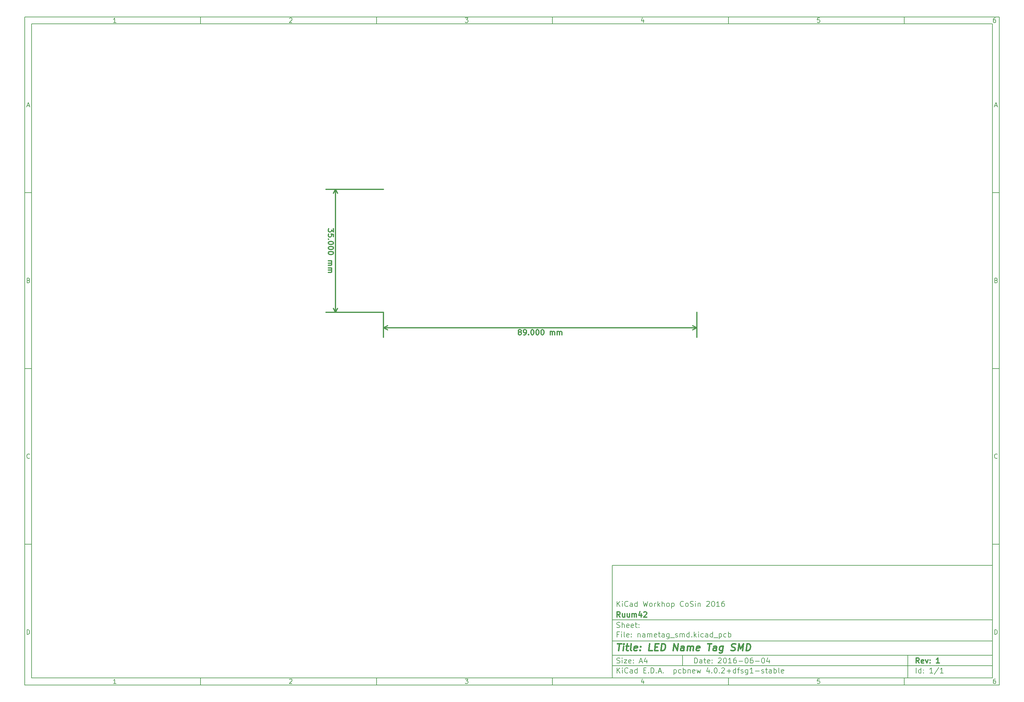
<source format=gbr>
G04 #@! TF.FileFunction,Drawing*
%FSLAX46Y46*%
G04 Gerber Fmt 4.6, Leading zero omitted, Abs format (unit mm)*
G04 Created by KiCad (PCBNEW 4.0.2+dfsg1-stable) date Wed 08 Jun 2016 02:12:19 CEST*
%MOMM*%
G01*
G04 APERTURE LIST*
%ADD10C,0.100000*%
%ADD11C,0.150000*%
%ADD12C,0.300000*%
%ADD13C,0.400000*%
G04 APERTURE END LIST*
D10*
D11*
X177002200Y-166007200D02*
X177002200Y-198007200D01*
X285002200Y-198007200D01*
X285002200Y-166007200D01*
X177002200Y-166007200D01*
D10*
D11*
X10000000Y-10000000D02*
X10000000Y-200007200D01*
X287002200Y-200007200D01*
X287002200Y-10000000D01*
X10000000Y-10000000D01*
D10*
D11*
X12000000Y-12000000D02*
X12000000Y-198007200D01*
X285002200Y-198007200D01*
X285002200Y-12000000D01*
X12000000Y-12000000D01*
D10*
D11*
X60000000Y-12000000D02*
X60000000Y-10000000D01*
D10*
D11*
X110000000Y-12000000D02*
X110000000Y-10000000D01*
D10*
D11*
X160000000Y-12000000D02*
X160000000Y-10000000D01*
D10*
D11*
X210000000Y-12000000D02*
X210000000Y-10000000D01*
D10*
D11*
X260000000Y-12000000D02*
X260000000Y-10000000D01*
D10*
D11*
X35990476Y-11588095D02*
X35247619Y-11588095D01*
X35619048Y-11588095D02*
X35619048Y-10288095D01*
X35495238Y-10473810D01*
X35371429Y-10597619D01*
X35247619Y-10659524D01*
D10*
D11*
X85247619Y-10411905D02*
X85309524Y-10350000D01*
X85433333Y-10288095D01*
X85742857Y-10288095D01*
X85866667Y-10350000D01*
X85928571Y-10411905D01*
X85990476Y-10535714D01*
X85990476Y-10659524D01*
X85928571Y-10845238D01*
X85185714Y-11588095D01*
X85990476Y-11588095D01*
D10*
D11*
X135185714Y-10288095D02*
X135990476Y-10288095D01*
X135557143Y-10783333D01*
X135742857Y-10783333D01*
X135866667Y-10845238D01*
X135928571Y-10907143D01*
X135990476Y-11030952D01*
X135990476Y-11340476D01*
X135928571Y-11464286D01*
X135866667Y-11526190D01*
X135742857Y-11588095D01*
X135371429Y-11588095D01*
X135247619Y-11526190D01*
X135185714Y-11464286D01*
D10*
D11*
X185866667Y-10721429D02*
X185866667Y-11588095D01*
X185557143Y-10226190D02*
X185247619Y-11154762D01*
X186052381Y-11154762D01*
D10*
D11*
X235928571Y-10288095D02*
X235309524Y-10288095D01*
X235247619Y-10907143D01*
X235309524Y-10845238D01*
X235433333Y-10783333D01*
X235742857Y-10783333D01*
X235866667Y-10845238D01*
X235928571Y-10907143D01*
X235990476Y-11030952D01*
X235990476Y-11340476D01*
X235928571Y-11464286D01*
X235866667Y-11526190D01*
X235742857Y-11588095D01*
X235433333Y-11588095D01*
X235309524Y-11526190D01*
X235247619Y-11464286D01*
D10*
D11*
X285866667Y-10288095D02*
X285619048Y-10288095D01*
X285495238Y-10350000D01*
X285433333Y-10411905D01*
X285309524Y-10597619D01*
X285247619Y-10845238D01*
X285247619Y-11340476D01*
X285309524Y-11464286D01*
X285371429Y-11526190D01*
X285495238Y-11588095D01*
X285742857Y-11588095D01*
X285866667Y-11526190D01*
X285928571Y-11464286D01*
X285990476Y-11340476D01*
X285990476Y-11030952D01*
X285928571Y-10907143D01*
X285866667Y-10845238D01*
X285742857Y-10783333D01*
X285495238Y-10783333D01*
X285371429Y-10845238D01*
X285309524Y-10907143D01*
X285247619Y-11030952D01*
D10*
D11*
X60000000Y-198007200D02*
X60000000Y-200007200D01*
D10*
D11*
X110000000Y-198007200D02*
X110000000Y-200007200D01*
D10*
D11*
X160000000Y-198007200D02*
X160000000Y-200007200D01*
D10*
D11*
X210000000Y-198007200D02*
X210000000Y-200007200D01*
D10*
D11*
X260000000Y-198007200D02*
X260000000Y-200007200D01*
D10*
D11*
X35990476Y-199595295D02*
X35247619Y-199595295D01*
X35619048Y-199595295D02*
X35619048Y-198295295D01*
X35495238Y-198481010D01*
X35371429Y-198604819D01*
X35247619Y-198666724D01*
D10*
D11*
X85247619Y-198419105D02*
X85309524Y-198357200D01*
X85433333Y-198295295D01*
X85742857Y-198295295D01*
X85866667Y-198357200D01*
X85928571Y-198419105D01*
X85990476Y-198542914D01*
X85990476Y-198666724D01*
X85928571Y-198852438D01*
X85185714Y-199595295D01*
X85990476Y-199595295D01*
D10*
D11*
X135185714Y-198295295D02*
X135990476Y-198295295D01*
X135557143Y-198790533D01*
X135742857Y-198790533D01*
X135866667Y-198852438D01*
X135928571Y-198914343D01*
X135990476Y-199038152D01*
X135990476Y-199347676D01*
X135928571Y-199471486D01*
X135866667Y-199533390D01*
X135742857Y-199595295D01*
X135371429Y-199595295D01*
X135247619Y-199533390D01*
X135185714Y-199471486D01*
D10*
D11*
X185866667Y-198728629D02*
X185866667Y-199595295D01*
X185557143Y-198233390D02*
X185247619Y-199161962D01*
X186052381Y-199161962D01*
D10*
D11*
X235928571Y-198295295D02*
X235309524Y-198295295D01*
X235247619Y-198914343D01*
X235309524Y-198852438D01*
X235433333Y-198790533D01*
X235742857Y-198790533D01*
X235866667Y-198852438D01*
X235928571Y-198914343D01*
X235990476Y-199038152D01*
X235990476Y-199347676D01*
X235928571Y-199471486D01*
X235866667Y-199533390D01*
X235742857Y-199595295D01*
X235433333Y-199595295D01*
X235309524Y-199533390D01*
X235247619Y-199471486D01*
D10*
D11*
X285866667Y-198295295D02*
X285619048Y-198295295D01*
X285495238Y-198357200D01*
X285433333Y-198419105D01*
X285309524Y-198604819D01*
X285247619Y-198852438D01*
X285247619Y-199347676D01*
X285309524Y-199471486D01*
X285371429Y-199533390D01*
X285495238Y-199595295D01*
X285742857Y-199595295D01*
X285866667Y-199533390D01*
X285928571Y-199471486D01*
X285990476Y-199347676D01*
X285990476Y-199038152D01*
X285928571Y-198914343D01*
X285866667Y-198852438D01*
X285742857Y-198790533D01*
X285495238Y-198790533D01*
X285371429Y-198852438D01*
X285309524Y-198914343D01*
X285247619Y-199038152D01*
D10*
D11*
X10000000Y-60000000D02*
X12000000Y-60000000D01*
D10*
D11*
X10000000Y-110000000D02*
X12000000Y-110000000D01*
D10*
D11*
X10000000Y-160000000D02*
X12000000Y-160000000D01*
D10*
D11*
X10690476Y-35216667D02*
X11309524Y-35216667D01*
X10566667Y-35588095D02*
X11000000Y-34288095D01*
X11433333Y-35588095D01*
D10*
D11*
X11092857Y-84907143D02*
X11278571Y-84969048D01*
X11340476Y-85030952D01*
X11402381Y-85154762D01*
X11402381Y-85340476D01*
X11340476Y-85464286D01*
X11278571Y-85526190D01*
X11154762Y-85588095D01*
X10659524Y-85588095D01*
X10659524Y-84288095D01*
X11092857Y-84288095D01*
X11216667Y-84350000D01*
X11278571Y-84411905D01*
X11340476Y-84535714D01*
X11340476Y-84659524D01*
X11278571Y-84783333D01*
X11216667Y-84845238D01*
X11092857Y-84907143D01*
X10659524Y-84907143D01*
D10*
D11*
X11402381Y-135464286D02*
X11340476Y-135526190D01*
X11154762Y-135588095D01*
X11030952Y-135588095D01*
X10845238Y-135526190D01*
X10721429Y-135402381D01*
X10659524Y-135278571D01*
X10597619Y-135030952D01*
X10597619Y-134845238D01*
X10659524Y-134597619D01*
X10721429Y-134473810D01*
X10845238Y-134350000D01*
X11030952Y-134288095D01*
X11154762Y-134288095D01*
X11340476Y-134350000D01*
X11402381Y-134411905D01*
D10*
D11*
X10659524Y-185588095D02*
X10659524Y-184288095D01*
X10969048Y-184288095D01*
X11154762Y-184350000D01*
X11278571Y-184473810D01*
X11340476Y-184597619D01*
X11402381Y-184845238D01*
X11402381Y-185030952D01*
X11340476Y-185278571D01*
X11278571Y-185402381D01*
X11154762Y-185526190D01*
X10969048Y-185588095D01*
X10659524Y-185588095D01*
D10*
D11*
X287002200Y-60000000D02*
X285002200Y-60000000D01*
D10*
D11*
X287002200Y-110000000D02*
X285002200Y-110000000D01*
D10*
D11*
X287002200Y-160000000D02*
X285002200Y-160000000D01*
D10*
D11*
X285692676Y-35216667D02*
X286311724Y-35216667D01*
X285568867Y-35588095D02*
X286002200Y-34288095D01*
X286435533Y-35588095D01*
D10*
D11*
X286095057Y-84907143D02*
X286280771Y-84969048D01*
X286342676Y-85030952D01*
X286404581Y-85154762D01*
X286404581Y-85340476D01*
X286342676Y-85464286D01*
X286280771Y-85526190D01*
X286156962Y-85588095D01*
X285661724Y-85588095D01*
X285661724Y-84288095D01*
X286095057Y-84288095D01*
X286218867Y-84350000D01*
X286280771Y-84411905D01*
X286342676Y-84535714D01*
X286342676Y-84659524D01*
X286280771Y-84783333D01*
X286218867Y-84845238D01*
X286095057Y-84907143D01*
X285661724Y-84907143D01*
D10*
D11*
X286404581Y-135464286D02*
X286342676Y-135526190D01*
X286156962Y-135588095D01*
X286033152Y-135588095D01*
X285847438Y-135526190D01*
X285723629Y-135402381D01*
X285661724Y-135278571D01*
X285599819Y-135030952D01*
X285599819Y-134845238D01*
X285661724Y-134597619D01*
X285723629Y-134473810D01*
X285847438Y-134350000D01*
X286033152Y-134288095D01*
X286156962Y-134288095D01*
X286342676Y-134350000D01*
X286404581Y-134411905D01*
D10*
D11*
X285661724Y-185588095D02*
X285661724Y-184288095D01*
X285971248Y-184288095D01*
X286156962Y-184350000D01*
X286280771Y-184473810D01*
X286342676Y-184597619D01*
X286404581Y-184845238D01*
X286404581Y-185030952D01*
X286342676Y-185278571D01*
X286280771Y-185402381D01*
X286156962Y-185526190D01*
X285971248Y-185588095D01*
X285661724Y-185588095D01*
D10*
D11*
X200359343Y-193785771D02*
X200359343Y-192285771D01*
X200716486Y-192285771D01*
X200930771Y-192357200D01*
X201073629Y-192500057D01*
X201145057Y-192642914D01*
X201216486Y-192928629D01*
X201216486Y-193142914D01*
X201145057Y-193428629D01*
X201073629Y-193571486D01*
X200930771Y-193714343D01*
X200716486Y-193785771D01*
X200359343Y-193785771D01*
X202502200Y-193785771D02*
X202502200Y-193000057D01*
X202430771Y-192857200D01*
X202287914Y-192785771D01*
X202002200Y-192785771D01*
X201859343Y-192857200D01*
X202502200Y-193714343D02*
X202359343Y-193785771D01*
X202002200Y-193785771D01*
X201859343Y-193714343D01*
X201787914Y-193571486D01*
X201787914Y-193428629D01*
X201859343Y-193285771D01*
X202002200Y-193214343D01*
X202359343Y-193214343D01*
X202502200Y-193142914D01*
X203002200Y-192785771D02*
X203573629Y-192785771D01*
X203216486Y-192285771D02*
X203216486Y-193571486D01*
X203287914Y-193714343D01*
X203430772Y-193785771D01*
X203573629Y-193785771D01*
X204645057Y-193714343D02*
X204502200Y-193785771D01*
X204216486Y-193785771D01*
X204073629Y-193714343D01*
X204002200Y-193571486D01*
X204002200Y-193000057D01*
X204073629Y-192857200D01*
X204216486Y-192785771D01*
X204502200Y-192785771D01*
X204645057Y-192857200D01*
X204716486Y-193000057D01*
X204716486Y-193142914D01*
X204002200Y-193285771D01*
X205359343Y-193642914D02*
X205430771Y-193714343D01*
X205359343Y-193785771D01*
X205287914Y-193714343D01*
X205359343Y-193642914D01*
X205359343Y-193785771D01*
X205359343Y-192857200D02*
X205430771Y-192928629D01*
X205359343Y-193000057D01*
X205287914Y-192928629D01*
X205359343Y-192857200D01*
X205359343Y-193000057D01*
X207145057Y-192428629D02*
X207216486Y-192357200D01*
X207359343Y-192285771D01*
X207716486Y-192285771D01*
X207859343Y-192357200D01*
X207930772Y-192428629D01*
X208002200Y-192571486D01*
X208002200Y-192714343D01*
X207930772Y-192928629D01*
X207073629Y-193785771D01*
X208002200Y-193785771D01*
X208930771Y-192285771D02*
X209073628Y-192285771D01*
X209216485Y-192357200D01*
X209287914Y-192428629D01*
X209359343Y-192571486D01*
X209430771Y-192857200D01*
X209430771Y-193214343D01*
X209359343Y-193500057D01*
X209287914Y-193642914D01*
X209216485Y-193714343D01*
X209073628Y-193785771D01*
X208930771Y-193785771D01*
X208787914Y-193714343D01*
X208716485Y-193642914D01*
X208645057Y-193500057D01*
X208573628Y-193214343D01*
X208573628Y-192857200D01*
X208645057Y-192571486D01*
X208716485Y-192428629D01*
X208787914Y-192357200D01*
X208930771Y-192285771D01*
X210859342Y-193785771D02*
X210002199Y-193785771D01*
X210430771Y-193785771D02*
X210430771Y-192285771D01*
X210287914Y-192500057D01*
X210145056Y-192642914D01*
X210002199Y-192714343D01*
X212145056Y-192285771D02*
X211859342Y-192285771D01*
X211716485Y-192357200D01*
X211645056Y-192428629D01*
X211502199Y-192642914D01*
X211430770Y-192928629D01*
X211430770Y-193500057D01*
X211502199Y-193642914D01*
X211573627Y-193714343D01*
X211716485Y-193785771D01*
X212002199Y-193785771D01*
X212145056Y-193714343D01*
X212216485Y-193642914D01*
X212287913Y-193500057D01*
X212287913Y-193142914D01*
X212216485Y-193000057D01*
X212145056Y-192928629D01*
X212002199Y-192857200D01*
X211716485Y-192857200D01*
X211573627Y-192928629D01*
X211502199Y-193000057D01*
X211430770Y-193142914D01*
X212930770Y-193214343D02*
X214073627Y-193214343D01*
X215073627Y-192285771D02*
X215216484Y-192285771D01*
X215359341Y-192357200D01*
X215430770Y-192428629D01*
X215502199Y-192571486D01*
X215573627Y-192857200D01*
X215573627Y-193214343D01*
X215502199Y-193500057D01*
X215430770Y-193642914D01*
X215359341Y-193714343D01*
X215216484Y-193785771D01*
X215073627Y-193785771D01*
X214930770Y-193714343D01*
X214859341Y-193642914D01*
X214787913Y-193500057D01*
X214716484Y-193214343D01*
X214716484Y-192857200D01*
X214787913Y-192571486D01*
X214859341Y-192428629D01*
X214930770Y-192357200D01*
X215073627Y-192285771D01*
X216859341Y-192285771D02*
X216573627Y-192285771D01*
X216430770Y-192357200D01*
X216359341Y-192428629D01*
X216216484Y-192642914D01*
X216145055Y-192928629D01*
X216145055Y-193500057D01*
X216216484Y-193642914D01*
X216287912Y-193714343D01*
X216430770Y-193785771D01*
X216716484Y-193785771D01*
X216859341Y-193714343D01*
X216930770Y-193642914D01*
X217002198Y-193500057D01*
X217002198Y-193142914D01*
X216930770Y-193000057D01*
X216859341Y-192928629D01*
X216716484Y-192857200D01*
X216430770Y-192857200D01*
X216287912Y-192928629D01*
X216216484Y-193000057D01*
X216145055Y-193142914D01*
X217645055Y-193214343D02*
X218787912Y-193214343D01*
X219787912Y-192285771D02*
X219930769Y-192285771D01*
X220073626Y-192357200D01*
X220145055Y-192428629D01*
X220216484Y-192571486D01*
X220287912Y-192857200D01*
X220287912Y-193214343D01*
X220216484Y-193500057D01*
X220145055Y-193642914D01*
X220073626Y-193714343D01*
X219930769Y-193785771D01*
X219787912Y-193785771D01*
X219645055Y-193714343D01*
X219573626Y-193642914D01*
X219502198Y-193500057D01*
X219430769Y-193214343D01*
X219430769Y-192857200D01*
X219502198Y-192571486D01*
X219573626Y-192428629D01*
X219645055Y-192357200D01*
X219787912Y-192285771D01*
X221573626Y-192785771D02*
X221573626Y-193785771D01*
X221216483Y-192214343D02*
X220859340Y-193285771D01*
X221787912Y-193285771D01*
D10*
D11*
X177002200Y-194507200D02*
X285002200Y-194507200D01*
D10*
D11*
X178359343Y-196585771D02*
X178359343Y-195085771D01*
X179216486Y-196585771D02*
X178573629Y-195728629D01*
X179216486Y-195085771D02*
X178359343Y-195942914D01*
X179859343Y-196585771D02*
X179859343Y-195585771D01*
X179859343Y-195085771D02*
X179787914Y-195157200D01*
X179859343Y-195228629D01*
X179930771Y-195157200D01*
X179859343Y-195085771D01*
X179859343Y-195228629D01*
X181430772Y-196442914D02*
X181359343Y-196514343D01*
X181145057Y-196585771D01*
X181002200Y-196585771D01*
X180787915Y-196514343D01*
X180645057Y-196371486D01*
X180573629Y-196228629D01*
X180502200Y-195942914D01*
X180502200Y-195728629D01*
X180573629Y-195442914D01*
X180645057Y-195300057D01*
X180787915Y-195157200D01*
X181002200Y-195085771D01*
X181145057Y-195085771D01*
X181359343Y-195157200D01*
X181430772Y-195228629D01*
X182716486Y-196585771D02*
X182716486Y-195800057D01*
X182645057Y-195657200D01*
X182502200Y-195585771D01*
X182216486Y-195585771D01*
X182073629Y-195657200D01*
X182716486Y-196514343D02*
X182573629Y-196585771D01*
X182216486Y-196585771D01*
X182073629Y-196514343D01*
X182002200Y-196371486D01*
X182002200Y-196228629D01*
X182073629Y-196085771D01*
X182216486Y-196014343D01*
X182573629Y-196014343D01*
X182716486Y-195942914D01*
X184073629Y-196585771D02*
X184073629Y-195085771D01*
X184073629Y-196514343D02*
X183930772Y-196585771D01*
X183645058Y-196585771D01*
X183502200Y-196514343D01*
X183430772Y-196442914D01*
X183359343Y-196300057D01*
X183359343Y-195871486D01*
X183430772Y-195728629D01*
X183502200Y-195657200D01*
X183645058Y-195585771D01*
X183930772Y-195585771D01*
X184073629Y-195657200D01*
X185930772Y-195800057D02*
X186430772Y-195800057D01*
X186645058Y-196585771D02*
X185930772Y-196585771D01*
X185930772Y-195085771D01*
X186645058Y-195085771D01*
X187287915Y-196442914D02*
X187359343Y-196514343D01*
X187287915Y-196585771D01*
X187216486Y-196514343D01*
X187287915Y-196442914D01*
X187287915Y-196585771D01*
X188002201Y-196585771D02*
X188002201Y-195085771D01*
X188359344Y-195085771D01*
X188573629Y-195157200D01*
X188716487Y-195300057D01*
X188787915Y-195442914D01*
X188859344Y-195728629D01*
X188859344Y-195942914D01*
X188787915Y-196228629D01*
X188716487Y-196371486D01*
X188573629Y-196514343D01*
X188359344Y-196585771D01*
X188002201Y-196585771D01*
X189502201Y-196442914D02*
X189573629Y-196514343D01*
X189502201Y-196585771D01*
X189430772Y-196514343D01*
X189502201Y-196442914D01*
X189502201Y-196585771D01*
X190145058Y-196157200D02*
X190859344Y-196157200D01*
X190002201Y-196585771D02*
X190502201Y-195085771D01*
X191002201Y-196585771D01*
X191502201Y-196442914D02*
X191573629Y-196514343D01*
X191502201Y-196585771D01*
X191430772Y-196514343D01*
X191502201Y-196442914D01*
X191502201Y-196585771D01*
X194502201Y-195585771D02*
X194502201Y-197085771D01*
X194502201Y-195657200D02*
X194645058Y-195585771D01*
X194930772Y-195585771D01*
X195073629Y-195657200D01*
X195145058Y-195728629D01*
X195216487Y-195871486D01*
X195216487Y-196300057D01*
X195145058Y-196442914D01*
X195073629Y-196514343D01*
X194930772Y-196585771D01*
X194645058Y-196585771D01*
X194502201Y-196514343D01*
X196502201Y-196514343D02*
X196359344Y-196585771D01*
X196073630Y-196585771D01*
X195930772Y-196514343D01*
X195859344Y-196442914D01*
X195787915Y-196300057D01*
X195787915Y-195871486D01*
X195859344Y-195728629D01*
X195930772Y-195657200D01*
X196073630Y-195585771D01*
X196359344Y-195585771D01*
X196502201Y-195657200D01*
X197145058Y-196585771D02*
X197145058Y-195085771D01*
X197145058Y-195657200D02*
X197287915Y-195585771D01*
X197573629Y-195585771D01*
X197716486Y-195657200D01*
X197787915Y-195728629D01*
X197859344Y-195871486D01*
X197859344Y-196300057D01*
X197787915Y-196442914D01*
X197716486Y-196514343D01*
X197573629Y-196585771D01*
X197287915Y-196585771D01*
X197145058Y-196514343D01*
X198502201Y-195585771D02*
X198502201Y-196585771D01*
X198502201Y-195728629D02*
X198573629Y-195657200D01*
X198716487Y-195585771D01*
X198930772Y-195585771D01*
X199073629Y-195657200D01*
X199145058Y-195800057D01*
X199145058Y-196585771D01*
X200430772Y-196514343D02*
X200287915Y-196585771D01*
X200002201Y-196585771D01*
X199859344Y-196514343D01*
X199787915Y-196371486D01*
X199787915Y-195800057D01*
X199859344Y-195657200D01*
X200002201Y-195585771D01*
X200287915Y-195585771D01*
X200430772Y-195657200D01*
X200502201Y-195800057D01*
X200502201Y-195942914D01*
X199787915Y-196085771D01*
X201002201Y-195585771D02*
X201287915Y-196585771D01*
X201573629Y-195871486D01*
X201859344Y-196585771D01*
X202145058Y-195585771D01*
X204502201Y-195585771D02*
X204502201Y-196585771D01*
X204145058Y-195014343D02*
X203787915Y-196085771D01*
X204716487Y-196085771D01*
X205287915Y-196442914D02*
X205359343Y-196514343D01*
X205287915Y-196585771D01*
X205216486Y-196514343D01*
X205287915Y-196442914D01*
X205287915Y-196585771D01*
X206287915Y-195085771D02*
X206430772Y-195085771D01*
X206573629Y-195157200D01*
X206645058Y-195228629D01*
X206716487Y-195371486D01*
X206787915Y-195657200D01*
X206787915Y-196014343D01*
X206716487Y-196300057D01*
X206645058Y-196442914D01*
X206573629Y-196514343D01*
X206430772Y-196585771D01*
X206287915Y-196585771D01*
X206145058Y-196514343D01*
X206073629Y-196442914D01*
X206002201Y-196300057D01*
X205930772Y-196014343D01*
X205930772Y-195657200D01*
X206002201Y-195371486D01*
X206073629Y-195228629D01*
X206145058Y-195157200D01*
X206287915Y-195085771D01*
X207430772Y-196442914D02*
X207502200Y-196514343D01*
X207430772Y-196585771D01*
X207359343Y-196514343D01*
X207430772Y-196442914D01*
X207430772Y-196585771D01*
X208073629Y-195228629D02*
X208145058Y-195157200D01*
X208287915Y-195085771D01*
X208645058Y-195085771D01*
X208787915Y-195157200D01*
X208859344Y-195228629D01*
X208930772Y-195371486D01*
X208930772Y-195514343D01*
X208859344Y-195728629D01*
X208002201Y-196585771D01*
X208930772Y-196585771D01*
X209573629Y-196014343D02*
X210716486Y-196014343D01*
X210145057Y-196585771D02*
X210145057Y-195442914D01*
X212073629Y-196585771D02*
X212073629Y-195085771D01*
X212073629Y-196514343D02*
X211930772Y-196585771D01*
X211645058Y-196585771D01*
X211502200Y-196514343D01*
X211430772Y-196442914D01*
X211359343Y-196300057D01*
X211359343Y-195871486D01*
X211430772Y-195728629D01*
X211502200Y-195657200D01*
X211645058Y-195585771D01*
X211930772Y-195585771D01*
X212073629Y-195657200D01*
X212573629Y-195585771D02*
X213145058Y-195585771D01*
X212787915Y-196585771D02*
X212787915Y-195300057D01*
X212859343Y-195157200D01*
X213002201Y-195085771D01*
X213145058Y-195085771D01*
X213573629Y-196514343D02*
X213716486Y-196585771D01*
X214002201Y-196585771D01*
X214145058Y-196514343D01*
X214216486Y-196371486D01*
X214216486Y-196300057D01*
X214145058Y-196157200D01*
X214002201Y-196085771D01*
X213787915Y-196085771D01*
X213645058Y-196014343D01*
X213573629Y-195871486D01*
X213573629Y-195800057D01*
X213645058Y-195657200D01*
X213787915Y-195585771D01*
X214002201Y-195585771D01*
X214145058Y-195657200D01*
X215502201Y-195585771D02*
X215502201Y-196800057D01*
X215430772Y-196942914D01*
X215359344Y-197014343D01*
X215216487Y-197085771D01*
X215002201Y-197085771D01*
X214859344Y-197014343D01*
X215502201Y-196514343D02*
X215359344Y-196585771D01*
X215073630Y-196585771D01*
X214930772Y-196514343D01*
X214859344Y-196442914D01*
X214787915Y-196300057D01*
X214787915Y-195871486D01*
X214859344Y-195728629D01*
X214930772Y-195657200D01*
X215073630Y-195585771D01*
X215359344Y-195585771D01*
X215502201Y-195657200D01*
X217002201Y-196585771D02*
X216145058Y-196585771D01*
X216573630Y-196585771D02*
X216573630Y-195085771D01*
X216430773Y-195300057D01*
X216287915Y-195442914D01*
X216145058Y-195514343D01*
X217645058Y-196014343D02*
X218787915Y-196014343D01*
X219430772Y-196514343D02*
X219573629Y-196585771D01*
X219859344Y-196585771D01*
X220002201Y-196514343D01*
X220073629Y-196371486D01*
X220073629Y-196300057D01*
X220002201Y-196157200D01*
X219859344Y-196085771D01*
X219645058Y-196085771D01*
X219502201Y-196014343D01*
X219430772Y-195871486D01*
X219430772Y-195800057D01*
X219502201Y-195657200D01*
X219645058Y-195585771D01*
X219859344Y-195585771D01*
X220002201Y-195657200D01*
X220502201Y-195585771D02*
X221073630Y-195585771D01*
X220716487Y-195085771D02*
X220716487Y-196371486D01*
X220787915Y-196514343D01*
X220930773Y-196585771D01*
X221073630Y-196585771D01*
X222216487Y-196585771D02*
X222216487Y-195800057D01*
X222145058Y-195657200D01*
X222002201Y-195585771D01*
X221716487Y-195585771D01*
X221573630Y-195657200D01*
X222216487Y-196514343D02*
X222073630Y-196585771D01*
X221716487Y-196585771D01*
X221573630Y-196514343D01*
X221502201Y-196371486D01*
X221502201Y-196228629D01*
X221573630Y-196085771D01*
X221716487Y-196014343D01*
X222073630Y-196014343D01*
X222216487Y-195942914D01*
X222930773Y-196585771D02*
X222930773Y-195085771D01*
X222930773Y-195657200D02*
X223073630Y-195585771D01*
X223359344Y-195585771D01*
X223502201Y-195657200D01*
X223573630Y-195728629D01*
X223645059Y-195871486D01*
X223645059Y-196300057D01*
X223573630Y-196442914D01*
X223502201Y-196514343D01*
X223359344Y-196585771D01*
X223073630Y-196585771D01*
X222930773Y-196514343D01*
X224502202Y-196585771D02*
X224359344Y-196514343D01*
X224287916Y-196371486D01*
X224287916Y-195085771D01*
X225645058Y-196514343D02*
X225502201Y-196585771D01*
X225216487Y-196585771D01*
X225073630Y-196514343D01*
X225002201Y-196371486D01*
X225002201Y-195800057D01*
X225073630Y-195657200D01*
X225216487Y-195585771D01*
X225502201Y-195585771D01*
X225645058Y-195657200D01*
X225716487Y-195800057D01*
X225716487Y-195942914D01*
X225002201Y-196085771D01*
D10*
D11*
X177002200Y-191507200D02*
X285002200Y-191507200D01*
D10*
D12*
X264216486Y-193785771D02*
X263716486Y-193071486D01*
X263359343Y-193785771D02*
X263359343Y-192285771D01*
X263930771Y-192285771D01*
X264073629Y-192357200D01*
X264145057Y-192428629D01*
X264216486Y-192571486D01*
X264216486Y-192785771D01*
X264145057Y-192928629D01*
X264073629Y-193000057D01*
X263930771Y-193071486D01*
X263359343Y-193071486D01*
X265430771Y-193714343D02*
X265287914Y-193785771D01*
X265002200Y-193785771D01*
X264859343Y-193714343D01*
X264787914Y-193571486D01*
X264787914Y-193000057D01*
X264859343Y-192857200D01*
X265002200Y-192785771D01*
X265287914Y-192785771D01*
X265430771Y-192857200D01*
X265502200Y-193000057D01*
X265502200Y-193142914D01*
X264787914Y-193285771D01*
X266002200Y-192785771D02*
X266359343Y-193785771D01*
X266716485Y-192785771D01*
X267287914Y-193642914D02*
X267359342Y-193714343D01*
X267287914Y-193785771D01*
X267216485Y-193714343D01*
X267287914Y-193642914D01*
X267287914Y-193785771D01*
X267287914Y-192857200D02*
X267359342Y-192928629D01*
X267287914Y-193000057D01*
X267216485Y-192928629D01*
X267287914Y-192857200D01*
X267287914Y-193000057D01*
X269930771Y-193785771D02*
X269073628Y-193785771D01*
X269502200Y-193785771D02*
X269502200Y-192285771D01*
X269359343Y-192500057D01*
X269216485Y-192642914D01*
X269073628Y-192714343D01*
D10*
D11*
X178287914Y-193714343D02*
X178502200Y-193785771D01*
X178859343Y-193785771D01*
X179002200Y-193714343D01*
X179073629Y-193642914D01*
X179145057Y-193500057D01*
X179145057Y-193357200D01*
X179073629Y-193214343D01*
X179002200Y-193142914D01*
X178859343Y-193071486D01*
X178573629Y-193000057D01*
X178430771Y-192928629D01*
X178359343Y-192857200D01*
X178287914Y-192714343D01*
X178287914Y-192571486D01*
X178359343Y-192428629D01*
X178430771Y-192357200D01*
X178573629Y-192285771D01*
X178930771Y-192285771D01*
X179145057Y-192357200D01*
X179787914Y-193785771D02*
X179787914Y-192785771D01*
X179787914Y-192285771D02*
X179716485Y-192357200D01*
X179787914Y-192428629D01*
X179859342Y-192357200D01*
X179787914Y-192285771D01*
X179787914Y-192428629D01*
X180359343Y-192785771D02*
X181145057Y-192785771D01*
X180359343Y-193785771D01*
X181145057Y-193785771D01*
X182287914Y-193714343D02*
X182145057Y-193785771D01*
X181859343Y-193785771D01*
X181716486Y-193714343D01*
X181645057Y-193571486D01*
X181645057Y-193000057D01*
X181716486Y-192857200D01*
X181859343Y-192785771D01*
X182145057Y-192785771D01*
X182287914Y-192857200D01*
X182359343Y-193000057D01*
X182359343Y-193142914D01*
X181645057Y-193285771D01*
X183002200Y-193642914D02*
X183073628Y-193714343D01*
X183002200Y-193785771D01*
X182930771Y-193714343D01*
X183002200Y-193642914D01*
X183002200Y-193785771D01*
X183002200Y-192857200D02*
X183073628Y-192928629D01*
X183002200Y-193000057D01*
X182930771Y-192928629D01*
X183002200Y-192857200D01*
X183002200Y-193000057D01*
X184787914Y-193357200D02*
X185502200Y-193357200D01*
X184645057Y-193785771D02*
X185145057Y-192285771D01*
X185645057Y-193785771D01*
X186787914Y-192785771D02*
X186787914Y-193785771D01*
X186430771Y-192214343D02*
X186073628Y-193285771D01*
X187002200Y-193285771D01*
D10*
D11*
X263359343Y-196585771D02*
X263359343Y-195085771D01*
X264716486Y-196585771D02*
X264716486Y-195085771D01*
X264716486Y-196514343D02*
X264573629Y-196585771D01*
X264287915Y-196585771D01*
X264145057Y-196514343D01*
X264073629Y-196442914D01*
X264002200Y-196300057D01*
X264002200Y-195871486D01*
X264073629Y-195728629D01*
X264145057Y-195657200D01*
X264287915Y-195585771D01*
X264573629Y-195585771D01*
X264716486Y-195657200D01*
X265430772Y-196442914D02*
X265502200Y-196514343D01*
X265430772Y-196585771D01*
X265359343Y-196514343D01*
X265430772Y-196442914D01*
X265430772Y-196585771D01*
X265430772Y-195657200D02*
X265502200Y-195728629D01*
X265430772Y-195800057D01*
X265359343Y-195728629D01*
X265430772Y-195657200D01*
X265430772Y-195800057D01*
X268073629Y-196585771D02*
X267216486Y-196585771D01*
X267645058Y-196585771D02*
X267645058Y-195085771D01*
X267502201Y-195300057D01*
X267359343Y-195442914D01*
X267216486Y-195514343D01*
X269787914Y-195014343D02*
X268502200Y-196942914D01*
X271073629Y-196585771D02*
X270216486Y-196585771D01*
X270645058Y-196585771D02*
X270645058Y-195085771D01*
X270502201Y-195300057D01*
X270359343Y-195442914D01*
X270216486Y-195514343D01*
D10*
D11*
X177002200Y-187507200D02*
X285002200Y-187507200D01*
D10*
D13*
X178454581Y-188211962D02*
X179597438Y-188211962D01*
X178776010Y-190211962D02*
X179026010Y-188211962D01*
X180014105Y-190211962D02*
X180180771Y-188878629D01*
X180264105Y-188211962D02*
X180156962Y-188307200D01*
X180240295Y-188402438D01*
X180347439Y-188307200D01*
X180264105Y-188211962D01*
X180240295Y-188402438D01*
X180847438Y-188878629D02*
X181609343Y-188878629D01*
X181216486Y-188211962D02*
X181002200Y-189926248D01*
X181073630Y-190116724D01*
X181252201Y-190211962D01*
X181442677Y-190211962D01*
X182395058Y-190211962D02*
X182216487Y-190116724D01*
X182145057Y-189926248D01*
X182359343Y-188211962D01*
X183930772Y-190116724D02*
X183728391Y-190211962D01*
X183347439Y-190211962D01*
X183168867Y-190116724D01*
X183097438Y-189926248D01*
X183192676Y-189164343D01*
X183311724Y-188973867D01*
X183514105Y-188878629D01*
X183895057Y-188878629D01*
X184073629Y-188973867D01*
X184145057Y-189164343D01*
X184121248Y-189354819D01*
X183145057Y-189545295D01*
X184895057Y-190021486D02*
X184978392Y-190116724D01*
X184871248Y-190211962D01*
X184787915Y-190116724D01*
X184895057Y-190021486D01*
X184871248Y-190211962D01*
X185026010Y-188973867D02*
X185109344Y-189069105D01*
X185002200Y-189164343D01*
X184918867Y-189069105D01*
X185026010Y-188973867D01*
X185002200Y-189164343D01*
X188299820Y-190211962D02*
X187347439Y-190211962D01*
X187597439Y-188211962D01*
X189097439Y-189164343D02*
X189764106Y-189164343D01*
X189918868Y-190211962D02*
X188966487Y-190211962D01*
X189216487Y-188211962D01*
X190168868Y-188211962D01*
X190776011Y-190211962D02*
X191026011Y-188211962D01*
X191502202Y-188211962D01*
X191776011Y-188307200D01*
X191942678Y-188497676D01*
X192014107Y-188688152D01*
X192061726Y-189069105D01*
X192026012Y-189354819D01*
X191883155Y-189735771D01*
X191764106Y-189926248D01*
X191549821Y-190116724D01*
X191252202Y-190211962D01*
X190776011Y-190211962D01*
X194299821Y-190211962D02*
X194549821Y-188211962D01*
X195442679Y-190211962D01*
X195692679Y-188211962D01*
X197252202Y-190211962D02*
X197383154Y-189164343D01*
X197311726Y-188973867D01*
X197133154Y-188878629D01*
X196752202Y-188878629D01*
X196549821Y-188973867D01*
X197264107Y-190116724D02*
X197061726Y-190211962D01*
X196585536Y-190211962D01*
X196406964Y-190116724D01*
X196335535Y-189926248D01*
X196359345Y-189735771D01*
X196478392Y-189545295D01*
X196680774Y-189450057D01*
X197156964Y-189450057D01*
X197359345Y-189354819D01*
X198204583Y-190211962D02*
X198371249Y-188878629D01*
X198347440Y-189069105D02*
X198454584Y-188973867D01*
X198656964Y-188878629D01*
X198942678Y-188878629D01*
X199121250Y-188973867D01*
X199192678Y-189164343D01*
X199061726Y-190211962D01*
X199192678Y-189164343D02*
X199311726Y-188973867D01*
X199514107Y-188878629D01*
X199799821Y-188878629D01*
X199978393Y-188973867D01*
X200049821Y-189164343D01*
X199918869Y-190211962D01*
X201645060Y-190116724D02*
X201442679Y-190211962D01*
X201061727Y-190211962D01*
X200883155Y-190116724D01*
X200811726Y-189926248D01*
X200906964Y-189164343D01*
X201026012Y-188973867D01*
X201228393Y-188878629D01*
X201609345Y-188878629D01*
X201787917Y-188973867D01*
X201859345Y-189164343D01*
X201835536Y-189354819D01*
X200859345Y-189545295D01*
X204073632Y-188211962D02*
X205216489Y-188211962D01*
X204395061Y-190211962D02*
X204645061Y-188211962D01*
X206490299Y-190211962D02*
X206621251Y-189164343D01*
X206549823Y-188973867D01*
X206371251Y-188878629D01*
X205990299Y-188878629D01*
X205787918Y-188973867D01*
X206502204Y-190116724D02*
X206299823Y-190211962D01*
X205823633Y-190211962D01*
X205645061Y-190116724D01*
X205573632Y-189926248D01*
X205597442Y-189735771D01*
X205716489Y-189545295D01*
X205918871Y-189450057D01*
X206395061Y-189450057D01*
X206597442Y-189354819D01*
X208466489Y-188878629D02*
X208264108Y-190497676D01*
X208145061Y-190688152D01*
X208037918Y-190783390D01*
X207835537Y-190878629D01*
X207549823Y-190878629D01*
X207371251Y-190783390D01*
X208311728Y-190116724D02*
X208109347Y-190211962D01*
X207728395Y-190211962D01*
X207549824Y-190116724D01*
X207466489Y-190021486D01*
X207395061Y-189831010D01*
X207466489Y-189259581D01*
X207585537Y-189069105D01*
X207692681Y-188973867D01*
X207895061Y-188878629D01*
X208276013Y-188878629D01*
X208454585Y-188973867D01*
X210692681Y-190116724D02*
X210966491Y-190211962D01*
X211442681Y-190211962D01*
X211645062Y-190116724D01*
X211752204Y-190021486D01*
X211871253Y-189831010D01*
X211895062Y-189640533D01*
X211823633Y-189450057D01*
X211740300Y-189354819D01*
X211561728Y-189259581D01*
X211192681Y-189164343D01*
X211014110Y-189069105D01*
X210930776Y-188973867D01*
X210859347Y-188783390D01*
X210883157Y-188592914D01*
X211002204Y-188402438D01*
X211109348Y-188307200D01*
X211311729Y-188211962D01*
X211787919Y-188211962D01*
X212061729Y-188307200D01*
X212680776Y-190211962D02*
X212930776Y-188211962D01*
X213418871Y-189640533D01*
X214264110Y-188211962D01*
X214014110Y-190211962D01*
X214966490Y-190211962D02*
X215216490Y-188211962D01*
X215692681Y-188211962D01*
X215966490Y-188307200D01*
X216133157Y-188497676D01*
X216204586Y-188688152D01*
X216252205Y-189069105D01*
X216216491Y-189354819D01*
X216073634Y-189735771D01*
X215954585Y-189926248D01*
X215740300Y-190116724D01*
X215442681Y-190211962D01*
X214966490Y-190211962D01*
D10*
D11*
X178859343Y-185600057D02*
X178359343Y-185600057D01*
X178359343Y-186385771D02*
X178359343Y-184885771D01*
X179073629Y-184885771D01*
X179645057Y-186385771D02*
X179645057Y-185385771D01*
X179645057Y-184885771D02*
X179573628Y-184957200D01*
X179645057Y-185028629D01*
X179716485Y-184957200D01*
X179645057Y-184885771D01*
X179645057Y-185028629D01*
X180573629Y-186385771D02*
X180430771Y-186314343D01*
X180359343Y-186171486D01*
X180359343Y-184885771D01*
X181716485Y-186314343D02*
X181573628Y-186385771D01*
X181287914Y-186385771D01*
X181145057Y-186314343D01*
X181073628Y-186171486D01*
X181073628Y-185600057D01*
X181145057Y-185457200D01*
X181287914Y-185385771D01*
X181573628Y-185385771D01*
X181716485Y-185457200D01*
X181787914Y-185600057D01*
X181787914Y-185742914D01*
X181073628Y-185885771D01*
X182430771Y-186242914D02*
X182502199Y-186314343D01*
X182430771Y-186385771D01*
X182359342Y-186314343D01*
X182430771Y-186242914D01*
X182430771Y-186385771D01*
X182430771Y-185457200D02*
X182502199Y-185528629D01*
X182430771Y-185600057D01*
X182359342Y-185528629D01*
X182430771Y-185457200D01*
X182430771Y-185600057D01*
X184287914Y-185385771D02*
X184287914Y-186385771D01*
X184287914Y-185528629D02*
X184359342Y-185457200D01*
X184502200Y-185385771D01*
X184716485Y-185385771D01*
X184859342Y-185457200D01*
X184930771Y-185600057D01*
X184930771Y-186385771D01*
X186287914Y-186385771D02*
X186287914Y-185600057D01*
X186216485Y-185457200D01*
X186073628Y-185385771D01*
X185787914Y-185385771D01*
X185645057Y-185457200D01*
X186287914Y-186314343D02*
X186145057Y-186385771D01*
X185787914Y-186385771D01*
X185645057Y-186314343D01*
X185573628Y-186171486D01*
X185573628Y-186028629D01*
X185645057Y-185885771D01*
X185787914Y-185814343D01*
X186145057Y-185814343D01*
X186287914Y-185742914D01*
X187002200Y-186385771D02*
X187002200Y-185385771D01*
X187002200Y-185528629D02*
X187073628Y-185457200D01*
X187216486Y-185385771D01*
X187430771Y-185385771D01*
X187573628Y-185457200D01*
X187645057Y-185600057D01*
X187645057Y-186385771D01*
X187645057Y-185600057D02*
X187716486Y-185457200D01*
X187859343Y-185385771D01*
X188073628Y-185385771D01*
X188216486Y-185457200D01*
X188287914Y-185600057D01*
X188287914Y-186385771D01*
X189573628Y-186314343D02*
X189430771Y-186385771D01*
X189145057Y-186385771D01*
X189002200Y-186314343D01*
X188930771Y-186171486D01*
X188930771Y-185600057D01*
X189002200Y-185457200D01*
X189145057Y-185385771D01*
X189430771Y-185385771D01*
X189573628Y-185457200D01*
X189645057Y-185600057D01*
X189645057Y-185742914D01*
X188930771Y-185885771D01*
X190073628Y-185385771D02*
X190645057Y-185385771D01*
X190287914Y-184885771D02*
X190287914Y-186171486D01*
X190359342Y-186314343D01*
X190502200Y-186385771D01*
X190645057Y-186385771D01*
X191787914Y-186385771D02*
X191787914Y-185600057D01*
X191716485Y-185457200D01*
X191573628Y-185385771D01*
X191287914Y-185385771D01*
X191145057Y-185457200D01*
X191787914Y-186314343D02*
X191645057Y-186385771D01*
X191287914Y-186385771D01*
X191145057Y-186314343D01*
X191073628Y-186171486D01*
X191073628Y-186028629D01*
X191145057Y-185885771D01*
X191287914Y-185814343D01*
X191645057Y-185814343D01*
X191787914Y-185742914D01*
X193145057Y-185385771D02*
X193145057Y-186600057D01*
X193073628Y-186742914D01*
X193002200Y-186814343D01*
X192859343Y-186885771D01*
X192645057Y-186885771D01*
X192502200Y-186814343D01*
X193145057Y-186314343D02*
X193002200Y-186385771D01*
X192716486Y-186385771D01*
X192573628Y-186314343D01*
X192502200Y-186242914D01*
X192430771Y-186100057D01*
X192430771Y-185671486D01*
X192502200Y-185528629D01*
X192573628Y-185457200D01*
X192716486Y-185385771D01*
X193002200Y-185385771D01*
X193145057Y-185457200D01*
X193502200Y-186528629D02*
X194645057Y-186528629D01*
X194930771Y-186314343D02*
X195073628Y-186385771D01*
X195359343Y-186385771D01*
X195502200Y-186314343D01*
X195573628Y-186171486D01*
X195573628Y-186100057D01*
X195502200Y-185957200D01*
X195359343Y-185885771D01*
X195145057Y-185885771D01*
X195002200Y-185814343D01*
X194930771Y-185671486D01*
X194930771Y-185600057D01*
X195002200Y-185457200D01*
X195145057Y-185385771D01*
X195359343Y-185385771D01*
X195502200Y-185457200D01*
X196216486Y-186385771D02*
X196216486Y-185385771D01*
X196216486Y-185528629D02*
X196287914Y-185457200D01*
X196430772Y-185385771D01*
X196645057Y-185385771D01*
X196787914Y-185457200D01*
X196859343Y-185600057D01*
X196859343Y-186385771D01*
X196859343Y-185600057D02*
X196930772Y-185457200D01*
X197073629Y-185385771D01*
X197287914Y-185385771D01*
X197430772Y-185457200D01*
X197502200Y-185600057D01*
X197502200Y-186385771D01*
X198859343Y-186385771D02*
X198859343Y-184885771D01*
X198859343Y-186314343D02*
X198716486Y-186385771D01*
X198430772Y-186385771D01*
X198287914Y-186314343D01*
X198216486Y-186242914D01*
X198145057Y-186100057D01*
X198145057Y-185671486D01*
X198216486Y-185528629D01*
X198287914Y-185457200D01*
X198430772Y-185385771D01*
X198716486Y-185385771D01*
X198859343Y-185457200D01*
X199573629Y-186242914D02*
X199645057Y-186314343D01*
X199573629Y-186385771D01*
X199502200Y-186314343D01*
X199573629Y-186242914D01*
X199573629Y-186385771D01*
X200287915Y-186385771D02*
X200287915Y-184885771D01*
X200430772Y-185814343D02*
X200859343Y-186385771D01*
X200859343Y-185385771D02*
X200287915Y-185957200D01*
X201502201Y-186385771D02*
X201502201Y-185385771D01*
X201502201Y-184885771D02*
X201430772Y-184957200D01*
X201502201Y-185028629D01*
X201573629Y-184957200D01*
X201502201Y-184885771D01*
X201502201Y-185028629D01*
X202859344Y-186314343D02*
X202716487Y-186385771D01*
X202430773Y-186385771D01*
X202287915Y-186314343D01*
X202216487Y-186242914D01*
X202145058Y-186100057D01*
X202145058Y-185671486D01*
X202216487Y-185528629D01*
X202287915Y-185457200D01*
X202430773Y-185385771D01*
X202716487Y-185385771D01*
X202859344Y-185457200D01*
X204145058Y-186385771D02*
X204145058Y-185600057D01*
X204073629Y-185457200D01*
X203930772Y-185385771D01*
X203645058Y-185385771D01*
X203502201Y-185457200D01*
X204145058Y-186314343D02*
X204002201Y-186385771D01*
X203645058Y-186385771D01*
X203502201Y-186314343D01*
X203430772Y-186171486D01*
X203430772Y-186028629D01*
X203502201Y-185885771D01*
X203645058Y-185814343D01*
X204002201Y-185814343D01*
X204145058Y-185742914D01*
X205502201Y-186385771D02*
X205502201Y-184885771D01*
X205502201Y-186314343D02*
X205359344Y-186385771D01*
X205073630Y-186385771D01*
X204930772Y-186314343D01*
X204859344Y-186242914D01*
X204787915Y-186100057D01*
X204787915Y-185671486D01*
X204859344Y-185528629D01*
X204930772Y-185457200D01*
X205073630Y-185385771D01*
X205359344Y-185385771D01*
X205502201Y-185457200D01*
X205859344Y-186528629D02*
X207002201Y-186528629D01*
X207359344Y-185385771D02*
X207359344Y-186885771D01*
X207359344Y-185457200D02*
X207502201Y-185385771D01*
X207787915Y-185385771D01*
X207930772Y-185457200D01*
X208002201Y-185528629D01*
X208073630Y-185671486D01*
X208073630Y-186100057D01*
X208002201Y-186242914D01*
X207930772Y-186314343D01*
X207787915Y-186385771D01*
X207502201Y-186385771D01*
X207359344Y-186314343D01*
X209359344Y-186314343D02*
X209216487Y-186385771D01*
X208930773Y-186385771D01*
X208787915Y-186314343D01*
X208716487Y-186242914D01*
X208645058Y-186100057D01*
X208645058Y-185671486D01*
X208716487Y-185528629D01*
X208787915Y-185457200D01*
X208930773Y-185385771D01*
X209216487Y-185385771D01*
X209359344Y-185457200D01*
X210002201Y-186385771D02*
X210002201Y-184885771D01*
X210002201Y-185457200D02*
X210145058Y-185385771D01*
X210430772Y-185385771D01*
X210573629Y-185457200D01*
X210645058Y-185528629D01*
X210716487Y-185671486D01*
X210716487Y-186100057D01*
X210645058Y-186242914D01*
X210573629Y-186314343D01*
X210430772Y-186385771D01*
X210145058Y-186385771D01*
X210002201Y-186314343D01*
D10*
D11*
X177002200Y-181507200D02*
X285002200Y-181507200D01*
D10*
D11*
X178287914Y-183614343D02*
X178502200Y-183685771D01*
X178859343Y-183685771D01*
X179002200Y-183614343D01*
X179073629Y-183542914D01*
X179145057Y-183400057D01*
X179145057Y-183257200D01*
X179073629Y-183114343D01*
X179002200Y-183042914D01*
X178859343Y-182971486D01*
X178573629Y-182900057D01*
X178430771Y-182828629D01*
X178359343Y-182757200D01*
X178287914Y-182614343D01*
X178287914Y-182471486D01*
X178359343Y-182328629D01*
X178430771Y-182257200D01*
X178573629Y-182185771D01*
X178930771Y-182185771D01*
X179145057Y-182257200D01*
X179787914Y-183685771D02*
X179787914Y-182185771D01*
X180430771Y-183685771D02*
X180430771Y-182900057D01*
X180359342Y-182757200D01*
X180216485Y-182685771D01*
X180002200Y-182685771D01*
X179859342Y-182757200D01*
X179787914Y-182828629D01*
X181716485Y-183614343D02*
X181573628Y-183685771D01*
X181287914Y-183685771D01*
X181145057Y-183614343D01*
X181073628Y-183471486D01*
X181073628Y-182900057D01*
X181145057Y-182757200D01*
X181287914Y-182685771D01*
X181573628Y-182685771D01*
X181716485Y-182757200D01*
X181787914Y-182900057D01*
X181787914Y-183042914D01*
X181073628Y-183185771D01*
X183002199Y-183614343D02*
X182859342Y-183685771D01*
X182573628Y-183685771D01*
X182430771Y-183614343D01*
X182359342Y-183471486D01*
X182359342Y-182900057D01*
X182430771Y-182757200D01*
X182573628Y-182685771D01*
X182859342Y-182685771D01*
X183002199Y-182757200D01*
X183073628Y-182900057D01*
X183073628Y-183042914D01*
X182359342Y-183185771D01*
X183502199Y-182685771D02*
X184073628Y-182685771D01*
X183716485Y-182185771D02*
X183716485Y-183471486D01*
X183787913Y-183614343D01*
X183930771Y-183685771D01*
X184073628Y-183685771D01*
X184573628Y-183542914D02*
X184645056Y-183614343D01*
X184573628Y-183685771D01*
X184502199Y-183614343D01*
X184573628Y-183542914D01*
X184573628Y-183685771D01*
X184573628Y-182757200D02*
X184645056Y-182828629D01*
X184573628Y-182900057D01*
X184502199Y-182828629D01*
X184573628Y-182757200D01*
X184573628Y-182900057D01*
D10*
D12*
X179216486Y-180685771D02*
X178716486Y-179971486D01*
X178359343Y-180685771D02*
X178359343Y-179185771D01*
X178930771Y-179185771D01*
X179073629Y-179257200D01*
X179145057Y-179328629D01*
X179216486Y-179471486D01*
X179216486Y-179685771D01*
X179145057Y-179828629D01*
X179073629Y-179900057D01*
X178930771Y-179971486D01*
X178359343Y-179971486D01*
X180502200Y-179685771D02*
X180502200Y-180685771D01*
X179859343Y-179685771D02*
X179859343Y-180471486D01*
X179930771Y-180614343D01*
X180073629Y-180685771D01*
X180287914Y-180685771D01*
X180430771Y-180614343D01*
X180502200Y-180542914D01*
X181859343Y-179685771D02*
X181859343Y-180685771D01*
X181216486Y-179685771D02*
X181216486Y-180471486D01*
X181287914Y-180614343D01*
X181430772Y-180685771D01*
X181645057Y-180685771D01*
X181787914Y-180614343D01*
X181859343Y-180542914D01*
X182573629Y-180685771D02*
X182573629Y-179685771D01*
X182573629Y-179828629D02*
X182645057Y-179757200D01*
X182787915Y-179685771D01*
X183002200Y-179685771D01*
X183145057Y-179757200D01*
X183216486Y-179900057D01*
X183216486Y-180685771D01*
X183216486Y-179900057D02*
X183287915Y-179757200D01*
X183430772Y-179685771D01*
X183645057Y-179685771D01*
X183787915Y-179757200D01*
X183859343Y-179900057D01*
X183859343Y-180685771D01*
X185216486Y-179685771D02*
X185216486Y-180685771D01*
X184859343Y-179114343D02*
X184502200Y-180185771D01*
X185430772Y-180185771D01*
X185930771Y-179328629D02*
X186002200Y-179257200D01*
X186145057Y-179185771D01*
X186502200Y-179185771D01*
X186645057Y-179257200D01*
X186716486Y-179328629D01*
X186787914Y-179471486D01*
X186787914Y-179614343D01*
X186716486Y-179828629D01*
X185859343Y-180685771D01*
X186787914Y-180685771D01*
D10*
D11*
X178359343Y-177685771D02*
X178359343Y-176185771D01*
X179216486Y-177685771D02*
X178573629Y-176828629D01*
X179216486Y-176185771D02*
X178359343Y-177042914D01*
X179859343Y-177685771D02*
X179859343Y-176685771D01*
X179859343Y-176185771D02*
X179787914Y-176257200D01*
X179859343Y-176328629D01*
X179930771Y-176257200D01*
X179859343Y-176185771D01*
X179859343Y-176328629D01*
X181430772Y-177542914D02*
X181359343Y-177614343D01*
X181145057Y-177685771D01*
X181002200Y-177685771D01*
X180787915Y-177614343D01*
X180645057Y-177471486D01*
X180573629Y-177328629D01*
X180502200Y-177042914D01*
X180502200Y-176828629D01*
X180573629Y-176542914D01*
X180645057Y-176400057D01*
X180787915Y-176257200D01*
X181002200Y-176185771D01*
X181145057Y-176185771D01*
X181359343Y-176257200D01*
X181430772Y-176328629D01*
X182716486Y-177685771D02*
X182716486Y-176900057D01*
X182645057Y-176757200D01*
X182502200Y-176685771D01*
X182216486Y-176685771D01*
X182073629Y-176757200D01*
X182716486Y-177614343D02*
X182573629Y-177685771D01*
X182216486Y-177685771D01*
X182073629Y-177614343D01*
X182002200Y-177471486D01*
X182002200Y-177328629D01*
X182073629Y-177185771D01*
X182216486Y-177114343D01*
X182573629Y-177114343D01*
X182716486Y-177042914D01*
X184073629Y-177685771D02*
X184073629Y-176185771D01*
X184073629Y-177614343D02*
X183930772Y-177685771D01*
X183645058Y-177685771D01*
X183502200Y-177614343D01*
X183430772Y-177542914D01*
X183359343Y-177400057D01*
X183359343Y-176971486D01*
X183430772Y-176828629D01*
X183502200Y-176757200D01*
X183645058Y-176685771D01*
X183930772Y-176685771D01*
X184073629Y-176757200D01*
X185787915Y-176185771D02*
X186145058Y-177685771D01*
X186430772Y-176614343D01*
X186716486Y-177685771D01*
X187073629Y-176185771D01*
X187859344Y-177685771D02*
X187716486Y-177614343D01*
X187645058Y-177542914D01*
X187573629Y-177400057D01*
X187573629Y-176971486D01*
X187645058Y-176828629D01*
X187716486Y-176757200D01*
X187859344Y-176685771D01*
X188073629Y-176685771D01*
X188216486Y-176757200D01*
X188287915Y-176828629D01*
X188359344Y-176971486D01*
X188359344Y-177400057D01*
X188287915Y-177542914D01*
X188216486Y-177614343D01*
X188073629Y-177685771D01*
X187859344Y-177685771D01*
X189002201Y-177685771D02*
X189002201Y-176685771D01*
X189002201Y-176971486D02*
X189073629Y-176828629D01*
X189145058Y-176757200D01*
X189287915Y-176685771D01*
X189430772Y-176685771D01*
X189930772Y-177685771D02*
X189930772Y-176185771D01*
X190073629Y-177114343D02*
X190502200Y-177685771D01*
X190502200Y-176685771D02*
X189930772Y-177257200D01*
X191145058Y-177685771D02*
X191145058Y-176185771D01*
X191787915Y-177685771D02*
X191787915Y-176900057D01*
X191716486Y-176757200D01*
X191573629Y-176685771D01*
X191359344Y-176685771D01*
X191216486Y-176757200D01*
X191145058Y-176828629D01*
X192716487Y-177685771D02*
X192573629Y-177614343D01*
X192502201Y-177542914D01*
X192430772Y-177400057D01*
X192430772Y-176971486D01*
X192502201Y-176828629D01*
X192573629Y-176757200D01*
X192716487Y-176685771D01*
X192930772Y-176685771D01*
X193073629Y-176757200D01*
X193145058Y-176828629D01*
X193216487Y-176971486D01*
X193216487Y-177400057D01*
X193145058Y-177542914D01*
X193073629Y-177614343D01*
X192930772Y-177685771D01*
X192716487Y-177685771D01*
X193859344Y-176685771D02*
X193859344Y-178185771D01*
X193859344Y-176757200D02*
X194002201Y-176685771D01*
X194287915Y-176685771D01*
X194430772Y-176757200D01*
X194502201Y-176828629D01*
X194573630Y-176971486D01*
X194573630Y-177400057D01*
X194502201Y-177542914D01*
X194430772Y-177614343D01*
X194287915Y-177685771D01*
X194002201Y-177685771D01*
X193859344Y-177614343D01*
X197216487Y-177542914D02*
X197145058Y-177614343D01*
X196930772Y-177685771D01*
X196787915Y-177685771D01*
X196573630Y-177614343D01*
X196430772Y-177471486D01*
X196359344Y-177328629D01*
X196287915Y-177042914D01*
X196287915Y-176828629D01*
X196359344Y-176542914D01*
X196430772Y-176400057D01*
X196573630Y-176257200D01*
X196787915Y-176185771D01*
X196930772Y-176185771D01*
X197145058Y-176257200D01*
X197216487Y-176328629D01*
X198073630Y-177685771D02*
X197930772Y-177614343D01*
X197859344Y-177542914D01*
X197787915Y-177400057D01*
X197787915Y-176971486D01*
X197859344Y-176828629D01*
X197930772Y-176757200D01*
X198073630Y-176685771D01*
X198287915Y-176685771D01*
X198430772Y-176757200D01*
X198502201Y-176828629D01*
X198573630Y-176971486D01*
X198573630Y-177400057D01*
X198502201Y-177542914D01*
X198430772Y-177614343D01*
X198287915Y-177685771D01*
X198073630Y-177685771D01*
X199145058Y-177614343D02*
X199359344Y-177685771D01*
X199716487Y-177685771D01*
X199859344Y-177614343D01*
X199930773Y-177542914D01*
X200002201Y-177400057D01*
X200002201Y-177257200D01*
X199930773Y-177114343D01*
X199859344Y-177042914D01*
X199716487Y-176971486D01*
X199430773Y-176900057D01*
X199287915Y-176828629D01*
X199216487Y-176757200D01*
X199145058Y-176614343D01*
X199145058Y-176471486D01*
X199216487Y-176328629D01*
X199287915Y-176257200D01*
X199430773Y-176185771D01*
X199787915Y-176185771D01*
X200002201Y-176257200D01*
X200645058Y-177685771D02*
X200645058Y-176685771D01*
X200645058Y-176185771D02*
X200573629Y-176257200D01*
X200645058Y-176328629D01*
X200716486Y-176257200D01*
X200645058Y-176185771D01*
X200645058Y-176328629D01*
X201359344Y-176685771D02*
X201359344Y-177685771D01*
X201359344Y-176828629D02*
X201430772Y-176757200D01*
X201573630Y-176685771D01*
X201787915Y-176685771D01*
X201930772Y-176757200D01*
X202002201Y-176900057D01*
X202002201Y-177685771D01*
X203787915Y-176328629D02*
X203859344Y-176257200D01*
X204002201Y-176185771D01*
X204359344Y-176185771D01*
X204502201Y-176257200D01*
X204573630Y-176328629D01*
X204645058Y-176471486D01*
X204645058Y-176614343D01*
X204573630Y-176828629D01*
X203716487Y-177685771D01*
X204645058Y-177685771D01*
X205573629Y-176185771D02*
X205716486Y-176185771D01*
X205859343Y-176257200D01*
X205930772Y-176328629D01*
X206002201Y-176471486D01*
X206073629Y-176757200D01*
X206073629Y-177114343D01*
X206002201Y-177400057D01*
X205930772Y-177542914D01*
X205859343Y-177614343D01*
X205716486Y-177685771D01*
X205573629Y-177685771D01*
X205430772Y-177614343D01*
X205359343Y-177542914D01*
X205287915Y-177400057D01*
X205216486Y-177114343D01*
X205216486Y-176757200D01*
X205287915Y-176471486D01*
X205359343Y-176328629D01*
X205430772Y-176257200D01*
X205573629Y-176185771D01*
X207502200Y-177685771D02*
X206645057Y-177685771D01*
X207073629Y-177685771D02*
X207073629Y-176185771D01*
X206930772Y-176400057D01*
X206787914Y-176542914D01*
X206645057Y-176614343D01*
X208787914Y-176185771D02*
X208502200Y-176185771D01*
X208359343Y-176257200D01*
X208287914Y-176328629D01*
X208145057Y-176542914D01*
X208073628Y-176828629D01*
X208073628Y-177400057D01*
X208145057Y-177542914D01*
X208216485Y-177614343D01*
X208359343Y-177685771D01*
X208645057Y-177685771D01*
X208787914Y-177614343D01*
X208859343Y-177542914D01*
X208930771Y-177400057D01*
X208930771Y-177042914D01*
X208859343Y-176900057D01*
X208787914Y-176828629D01*
X208645057Y-176757200D01*
X208359343Y-176757200D01*
X208216485Y-176828629D01*
X208145057Y-176900057D01*
X208073628Y-177042914D01*
D10*
D11*
X197002200Y-191507200D02*
X197002200Y-194507200D01*
D10*
D11*
X261002200Y-191507200D02*
X261002200Y-198007200D01*
D12*
X150571430Y-99571429D02*
X150428572Y-99500000D01*
X150357144Y-99428571D01*
X150285715Y-99285714D01*
X150285715Y-99214286D01*
X150357144Y-99071429D01*
X150428572Y-99000000D01*
X150571430Y-98928571D01*
X150857144Y-98928571D01*
X151000001Y-99000000D01*
X151071430Y-99071429D01*
X151142858Y-99214286D01*
X151142858Y-99285714D01*
X151071430Y-99428571D01*
X151000001Y-99500000D01*
X150857144Y-99571429D01*
X150571430Y-99571429D01*
X150428572Y-99642857D01*
X150357144Y-99714286D01*
X150285715Y-99857143D01*
X150285715Y-100142857D01*
X150357144Y-100285714D01*
X150428572Y-100357143D01*
X150571430Y-100428571D01*
X150857144Y-100428571D01*
X151000001Y-100357143D01*
X151071430Y-100285714D01*
X151142858Y-100142857D01*
X151142858Y-99857143D01*
X151071430Y-99714286D01*
X151000001Y-99642857D01*
X150857144Y-99571429D01*
X151857143Y-100428571D02*
X152142858Y-100428571D01*
X152285715Y-100357143D01*
X152357143Y-100285714D01*
X152500001Y-100071429D01*
X152571429Y-99785714D01*
X152571429Y-99214286D01*
X152500001Y-99071429D01*
X152428572Y-99000000D01*
X152285715Y-98928571D01*
X152000001Y-98928571D01*
X151857143Y-99000000D01*
X151785715Y-99071429D01*
X151714286Y-99214286D01*
X151714286Y-99571429D01*
X151785715Y-99714286D01*
X151857143Y-99785714D01*
X152000001Y-99857143D01*
X152285715Y-99857143D01*
X152428572Y-99785714D01*
X152500001Y-99714286D01*
X152571429Y-99571429D01*
X153214286Y-100285714D02*
X153285714Y-100357143D01*
X153214286Y-100428571D01*
X153142857Y-100357143D01*
X153214286Y-100285714D01*
X153214286Y-100428571D01*
X154214286Y-98928571D02*
X154357143Y-98928571D01*
X154500000Y-99000000D01*
X154571429Y-99071429D01*
X154642858Y-99214286D01*
X154714286Y-99500000D01*
X154714286Y-99857143D01*
X154642858Y-100142857D01*
X154571429Y-100285714D01*
X154500000Y-100357143D01*
X154357143Y-100428571D01*
X154214286Y-100428571D01*
X154071429Y-100357143D01*
X154000000Y-100285714D01*
X153928572Y-100142857D01*
X153857143Y-99857143D01*
X153857143Y-99500000D01*
X153928572Y-99214286D01*
X154000000Y-99071429D01*
X154071429Y-99000000D01*
X154214286Y-98928571D01*
X155642857Y-98928571D02*
X155785714Y-98928571D01*
X155928571Y-99000000D01*
X156000000Y-99071429D01*
X156071429Y-99214286D01*
X156142857Y-99500000D01*
X156142857Y-99857143D01*
X156071429Y-100142857D01*
X156000000Y-100285714D01*
X155928571Y-100357143D01*
X155785714Y-100428571D01*
X155642857Y-100428571D01*
X155500000Y-100357143D01*
X155428571Y-100285714D01*
X155357143Y-100142857D01*
X155285714Y-99857143D01*
X155285714Y-99500000D01*
X155357143Y-99214286D01*
X155428571Y-99071429D01*
X155500000Y-99000000D01*
X155642857Y-98928571D01*
X157071428Y-98928571D02*
X157214285Y-98928571D01*
X157357142Y-99000000D01*
X157428571Y-99071429D01*
X157500000Y-99214286D01*
X157571428Y-99500000D01*
X157571428Y-99857143D01*
X157500000Y-100142857D01*
X157428571Y-100285714D01*
X157357142Y-100357143D01*
X157214285Y-100428571D01*
X157071428Y-100428571D01*
X156928571Y-100357143D01*
X156857142Y-100285714D01*
X156785714Y-100142857D01*
X156714285Y-99857143D01*
X156714285Y-99500000D01*
X156785714Y-99214286D01*
X156857142Y-99071429D01*
X156928571Y-99000000D01*
X157071428Y-98928571D01*
X159357142Y-100428571D02*
X159357142Y-99428571D01*
X159357142Y-99571429D02*
X159428570Y-99500000D01*
X159571428Y-99428571D01*
X159785713Y-99428571D01*
X159928570Y-99500000D01*
X159999999Y-99642857D01*
X159999999Y-100428571D01*
X159999999Y-99642857D02*
X160071428Y-99500000D01*
X160214285Y-99428571D01*
X160428570Y-99428571D01*
X160571428Y-99500000D01*
X160642856Y-99642857D01*
X160642856Y-100428571D01*
X161357142Y-100428571D02*
X161357142Y-99428571D01*
X161357142Y-99571429D02*
X161428570Y-99500000D01*
X161571428Y-99428571D01*
X161785713Y-99428571D01*
X161928570Y-99500000D01*
X161999999Y-99642857D01*
X161999999Y-100428571D01*
X161999999Y-99642857D02*
X162071428Y-99500000D01*
X162214285Y-99428571D01*
X162428570Y-99428571D01*
X162571428Y-99500000D01*
X162642856Y-99642857D01*
X162642856Y-100428571D01*
X112000000Y-98400000D02*
X201000000Y-98400000D01*
X112000000Y-94000000D02*
X112000000Y-101100000D01*
X201000000Y-94000000D02*
X201000000Y-101100000D01*
X201000000Y-98400000D02*
X199873496Y-98986421D01*
X201000000Y-98400000D02*
X199873496Y-97813579D01*
X112000000Y-98400000D02*
X113126504Y-98986421D01*
X112000000Y-98400000D02*
X113126504Y-97813579D01*
X97771429Y-70214287D02*
X97771429Y-71142858D01*
X97200000Y-70642858D01*
X97200000Y-70857144D01*
X97128571Y-71000001D01*
X97057143Y-71071430D01*
X96914286Y-71142858D01*
X96557143Y-71142858D01*
X96414286Y-71071430D01*
X96342857Y-71000001D01*
X96271429Y-70857144D01*
X96271429Y-70428572D01*
X96342857Y-70285715D01*
X96414286Y-70214287D01*
X97771429Y-72500001D02*
X97771429Y-71785715D01*
X97057143Y-71714286D01*
X97128571Y-71785715D01*
X97200000Y-71928572D01*
X97200000Y-72285715D01*
X97128571Y-72428572D01*
X97057143Y-72500001D01*
X96914286Y-72571429D01*
X96557143Y-72571429D01*
X96414286Y-72500001D01*
X96342857Y-72428572D01*
X96271429Y-72285715D01*
X96271429Y-71928572D01*
X96342857Y-71785715D01*
X96414286Y-71714286D01*
X96414286Y-73214286D02*
X96342857Y-73285714D01*
X96271429Y-73214286D01*
X96342857Y-73142857D01*
X96414286Y-73214286D01*
X96271429Y-73214286D01*
X97771429Y-74214286D02*
X97771429Y-74357143D01*
X97700000Y-74500000D01*
X97628571Y-74571429D01*
X97485714Y-74642858D01*
X97200000Y-74714286D01*
X96842857Y-74714286D01*
X96557143Y-74642858D01*
X96414286Y-74571429D01*
X96342857Y-74500000D01*
X96271429Y-74357143D01*
X96271429Y-74214286D01*
X96342857Y-74071429D01*
X96414286Y-74000000D01*
X96557143Y-73928572D01*
X96842857Y-73857143D01*
X97200000Y-73857143D01*
X97485714Y-73928572D01*
X97628571Y-74000000D01*
X97700000Y-74071429D01*
X97771429Y-74214286D01*
X97771429Y-75642857D02*
X97771429Y-75785714D01*
X97700000Y-75928571D01*
X97628571Y-76000000D01*
X97485714Y-76071429D01*
X97200000Y-76142857D01*
X96842857Y-76142857D01*
X96557143Y-76071429D01*
X96414286Y-76000000D01*
X96342857Y-75928571D01*
X96271429Y-75785714D01*
X96271429Y-75642857D01*
X96342857Y-75500000D01*
X96414286Y-75428571D01*
X96557143Y-75357143D01*
X96842857Y-75285714D01*
X97200000Y-75285714D01*
X97485714Y-75357143D01*
X97628571Y-75428571D01*
X97700000Y-75500000D01*
X97771429Y-75642857D01*
X97771429Y-77071428D02*
X97771429Y-77214285D01*
X97700000Y-77357142D01*
X97628571Y-77428571D01*
X97485714Y-77500000D01*
X97200000Y-77571428D01*
X96842857Y-77571428D01*
X96557143Y-77500000D01*
X96414286Y-77428571D01*
X96342857Y-77357142D01*
X96271429Y-77214285D01*
X96271429Y-77071428D01*
X96342857Y-76928571D01*
X96414286Y-76857142D01*
X96557143Y-76785714D01*
X96842857Y-76714285D01*
X97200000Y-76714285D01*
X97485714Y-76785714D01*
X97628571Y-76857142D01*
X97700000Y-76928571D01*
X97771429Y-77071428D01*
X96271429Y-79357142D02*
X97271429Y-79357142D01*
X97128571Y-79357142D02*
X97200000Y-79428570D01*
X97271429Y-79571428D01*
X97271429Y-79785713D01*
X97200000Y-79928570D01*
X97057143Y-79999999D01*
X96271429Y-79999999D01*
X97057143Y-79999999D02*
X97200000Y-80071428D01*
X97271429Y-80214285D01*
X97271429Y-80428570D01*
X97200000Y-80571428D01*
X97057143Y-80642856D01*
X96271429Y-80642856D01*
X96271429Y-81357142D02*
X97271429Y-81357142D01*
X97128571Y-81357142D02*
X97200000Y-81428570D01*
X97271429Y-81571428D01*
X97271429Y-81785713D01*
X97200000Y-81928570D01*
X97057143Y-81999999D01*
X96271429Y-81999999D01*
X97057143Y-81999999D02*
X97200000Y-82071428D01*
X97271429Y-82214285D01*
X97271429Y-82428570D01*
X97200000Y-82571428D01*
X97057143Y-82642856D01*
X96271429Y-82642856D01*
X98300000Y-59000000D02*
X98300000Y-94000000D01*
X112000000Y-59000000D02*
X95600000Y-59000000D01*
X112000000Y-94000000D02*
X95600000Y-94000000D01*
X98300000Y-94000000D02*
X97713579Y-92873496D01*
X98300000Y-94000000D02*
X98886421Y-92873496D01*
X98300000Y-59000000D02*
X97713579Y-60126504D01*
X98300000Y-59000000D02*
X98886421Y-60126504D01*
M02*

</source>
